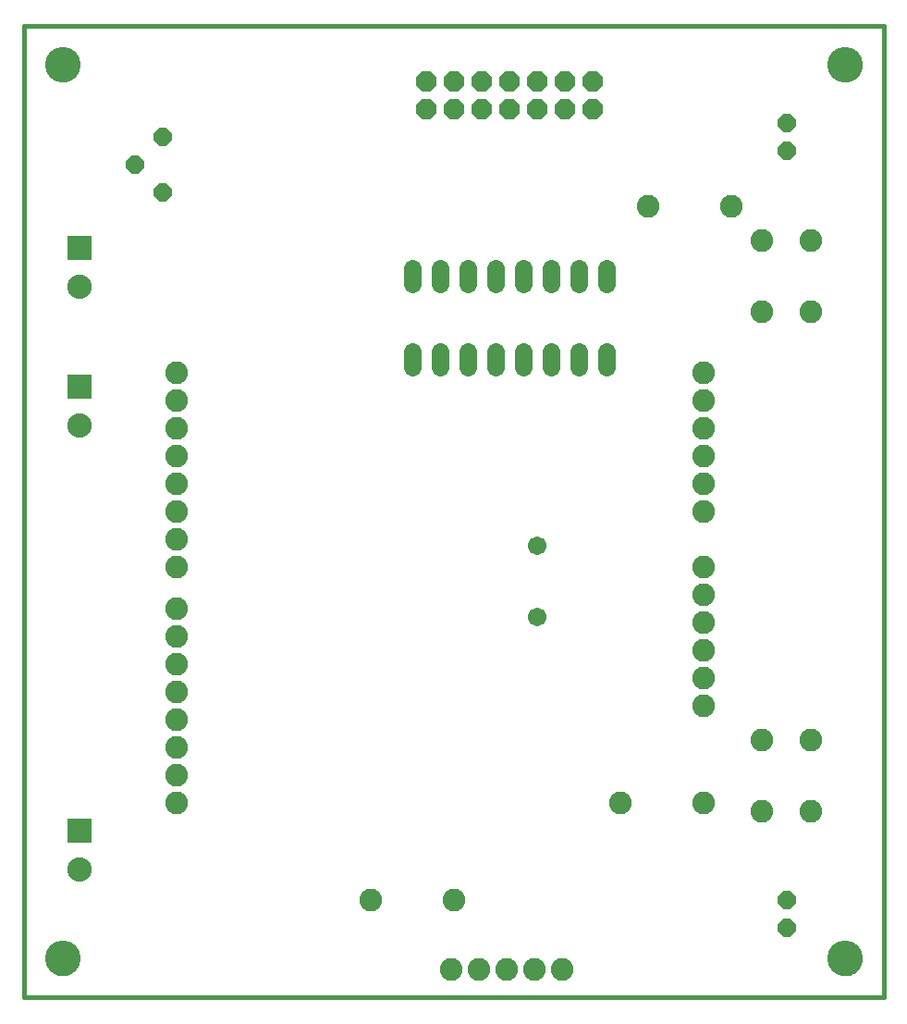
<source format=gbs>
G75*
G70*
%OFA0B0*%
%FSLAX24Y24*%
%IPPOS*%
%LPD*%
%AMOC8*
5,1,8,0,0,1.08239X$1,22.5*
%
%ADD10C,0.0160*%
%ADD11C,0.0820*%
%ADD12R,0.0880X0.0880*%
%ADD13C,0.0880*%
%ADD14OC8,0.0640*%
%ADD15C,0.0674*%
%ADD16C,0.0640*%
%ADD17OC8,0.0720*%
%ADD18C,0.0000*%
%ADD19C,0.1280*%
D10*
X005191Y002689D02*
X036191Y002689D01*
X036191Y037689D01*
X005191Y037689D01*
X005191Y002689D01*
D11*
X010691Y009689D03*
X010691Y010689D03*
X010691Y011689D03*
X010691Y012689D03*
X010691Y013689D03*
X010691Y014689D03*
X010691Y015689D03*
X010691Y016689D03*
X010691Y018189D03*
X010691Y019189D03*
X010691Y020189D03*
X010691Y021189D03*
X010691Y022189D03*
X010691Y023189D03*
X010691Y024189D03*
X010691Y025189D03*
X026691Y009689D03*
X029691Y009689D03*
X031801Y009409D03*
X033581Y009409D03*
X033581Y011969D03*
X031801Y011969D03*
X029691Y013189D03*
X029691Y014189D03*
X029691Y015189D03*
X029691Y016189D03*
X029691Y017189D03*
X029691Y018189D03*
X029691Y020189D03*
X029691Y021189D03*
X029691Y022189D03*
X029691Y023189D03*
X029691Y024189D03*
X029691Y025189D03*
X031801Y027409D03*
X033581Y027409D03*
X033581Y029969D03*
X031801Y029969D03*
X030691Y031189D03*
X027691Y031189D03*
X020691Y006189D03*
X020584Y003689D03*
X021584Y003689D03*
X022584Y003689D03*
X023584Y003689D03*
X024584Y003689D03*
X017691Y006189D03*
D12*
X007191Y008689D03*
X007191Y024689D03*
X007191Y029689D03*
D13*
X007191Y028311D03*
X007191Y023311D03*
X007191Y007311D03*
D14*
X010191Y031689D03*
X009191Y032689D03*
X010191Y033689D03*
X032691Y034189D03*
X032691Y033189D03*
X032691Y006189D03*
X032691Y005189D03*
D15*
X023691Y016409D03*
X023691Y018968D03*
D16*
X024191Y025409D02*
X024191Y025969D01*
X025191Y025969D02*
X025191Y025409D01*
X026191Y025409D02*
X026191Y025969D01*
X026191Y028409D02*
X026191Y028969D01*
X025191Y028969D02*
X025191Y028409D01*
X024191Y028409D02*
X024191Y028969D01*
X023191Y028969D02*
X023191Y028409D01*
X022191Y028409D02*
X022191Y028969D01*
X021191Y028969D02*
X021191Y028409D01*
X020191Y028409D02*
X020191Y028969D01*
X019191Y028969D02*
X019191Y028409D01*
X019191Y025969D02*
X019191Y025409D01*
X020191Y025409D02*
X020191Y025969D01*
X021191Y025969D02*
X021191Y025409D01*
X022191Y025409D02*
X022191Y025969D01*
X023191Y025969D02*
X023191Y025409D01*
D17*
X023691Y034689D03*
X022691Y034689D03*
X021691Y034689D03*
X021691Y035689D03*
X022691Y035689D03*
X023691Y035689D03*
X024691Y035689D03*
X025691Y035689D03*
X025691Y034689D03*
X024691Y034689D03*
X020691Y034689D03*
X019691Y034689D03*
X019691Y035689D03*
X020691Y035689D03*
D18*
X005984Y036295D02*
X005986Y036344D01*
X005992Y036392D01*
X006002Y036440D01*
X006016Y036487D01*
X006033Y036533D01*
X006054Y036577D01*
X006079Y036619D01*
X006107Y036659D01*
X006139Y036697D01*
X006173Y036732D01*
X006210Y036764D01*
X006249Y036793D01*
X006291Y036819D01*
X006335Y036841D01*
X006380Y036859D01*
X006427Y036874D01*
X006474Y036885D01*
X006523Y036892D01*
X006572Y036895D01*
X006621Y036894D01*
X006669Y036889D01*
X006718Y036880D01*
X006765Y036867D01*
X006811Y036850D01*
X006855Y036830D01*
X006898Y036806D01*
X006939Y036779D01*
X006977Y036748D01*
X007013Y036715D01*
X007045Y036679D01*
X007075Y036640D01*
X007102Y036599D01*
X007125Y036555D01*
X007144Y036510D01*
X007160Y036464D01*
X007172Y036417D01*
X007180Y036368D01*
X007184Y036319D01*
X007184Y036271D01*
X007180Y036222D01*
X007172Y036173D01*
X007160Y036126D01*
X007144Y036080D01*
X007125Y036035D01*
X007102Y035991D01*
X007075Y035950D01*
X007045Y035911D01*
X007013Y035875D01*
X006977Y035842D01*
X006939Y035811D01*
X006898Y035784D01*
X006855Y035760D01*
X006811Y035740D01*
X006765Y035723D01*
X006718Y035710D01*
X006669Y035701D01*
X006621Y035696D01*
X006572Y035695D01*
X006523Y035698D01*
X006474Y035705D01*
X006427Y035716D01*
X006380Y035731D01*
X006335Y035749D01*
X006291Y035771D01*
X006249Y035797D01*
X006210Y035826D01*
X006173Y035858D01*
X006139Y035893D01*
X006107Y035931D01*
X006079Y035971D01*
X006054Y036013D01*
X006033Y036057D01*
X006016Y036103D01*
X006002Y036150D01*
X005992Y036198D01*
X005986Y036246D01*
X005984Y036295D01*
X034197Y036295D02*
X034199Y036344D01*
X034205Y036392D01*
X034215Y036440D01*
X034229Y036487D01*
X034246Y036533D01*
X034267Y036577D01*
X034292Y036619D01*
X034320Y036659D01*
X034352Y036697D01*
X034386Y036732D01*
X034423Y036764D01*
X034462Y036793D01*
X034504Y036819D01*
X034548Y036841D01*
X034593Y036859D01*
X034640Y036874D01*
X034687Y036885D01*
X034736Y036892D01*
X034785Y036895D01*
X034834Y036894D01*
X034882Y036889D01*
X034931Y036880D01*
X034978Y036867D01*
X035024Y036850D01*
X035068Y036830D01*
X035111Y036806D01*
X035152Y036779D01*
X035190Y036748D01*
X035226Y036715D01*
X035258Y036679D01*
X035288Y036640D01*
X035315Y036599D01*
X035338Y036555D01*
X035357Y036510D01*
X035373Y036464D01*
X035385Y036417D01*
X035393Y036368D01*
X035397Y036319D01*
X035397Y036271D01*
X035393Y036222D01*
X035385Y036173D01*
X035373Y036126D01*
X035357Y036080D01*
X035338Y036035D01*
X035315Y035991D01*
X035288Y035950D01*
X035258Y035911D01*
X035226Y035875D01*
X035190Y035842D01*
X035152Y035811D01*
X035111Y035784D01*
X035068Y035760D01*
X035024Y035740D01*
X034978Y035723D01*
X034931Y035710D01*
X034882Y035701D01*
X034834Y035696D01*
X034785Y035695D01*
X034736Y035698D01*
X034687Y035705D01*
X034640Y035716D01*
X034593Y035731D01*
X034548Y035749D01*
X034504Y035771D01*
X034462Y035797D01*
X034423Y035826D01*
X034386Y035858D01*
X034352Y035893D01*
X034320Y035931D01*
X034292Y035971D01*
X034267Y036013D01*
X034246Y036057D01*
X034229Y036103D01*
X034215Y036150D01*
X034205Y036198D01*
X034199Y036246D01*
X034197Y036295D01*
X034197Y004083D02*
X034199Y004132D01*
X034205Y004180D01*
X034215Y004228D01*
X034229Y004275D01*
X034246Y004321D01*
X034267Y004365D01*
X034292Y004407D01*
X034320Y004447D01*
X034352Y004485D01*
X034386Y004520D01*
X034423Y004552D01*
X034462Y004581D01*
X034504Y004607D01*
X034548Y004629D01*
X034593Y004647D01*
X034640Y004662D01*
X034687Y004673D01*
X034736Y004680D01*
X034785Y004683D01*
X034834Y004682D01*
X034882Y004677D01*
X034931Y004668D01*
X034978Y004655D01*
X035024Y004638D01*
X035068Y004618D01*
X035111Y004594D01*
X035152Y004567D01*
X035190Y004536D01*
X035226Y004503D01*
X035258Y004467D01*
X035288Y004428D01*
X035315Y004387D01*
X035338Y004343D01*
X035357Y004298D01*
X035373Y004252D01*
X035385Y004205D01*
X035393Y004156D01*
X035397Y004107D01*
X035397Y004059D01*
X035393Y004010D01*
X035385Y003961D01*
X035373Y003914D01*
X035357Y003868D01*
X035338Y003823D01*
X035315Y003779D01*
X035288Y003738D01*
X035258Y003699D01*
X035226Y003663D01*
X035190Y003630D01*
X035152Y003599D01*
X035111Y003572D01*
X035068Y003548D01*
X035024Y003528D01*
X034978Y003511D01*
X034931Y003498D01*
X034882Y003489D01*
X034834Y003484D01*
X034785Y003483D01*
X034736Y003486D01*
X034687Y003493D01*
X034640Y003504D01*
X034593Y003519D01*
X034548Y003537D01*
X034504Y003559D01*
X034462Y003585D01*
X034423Y003614D01*
X034386Y003646D01*
X034352Y003681D01*
X034320Y003719D01*
X034292Y003759D01*
X034267Y003801D01*
X034246Y003845D01*
X034229Y003891D01*
X034215Y003938D01*
X034205Y003986D01*
X034199Y004034D01*
X034197Y004083D01*
X005984Y004083D02*
X005986Y004132D01*
X005992Y004180D01*
X006002Y004228D01*
X006016Y004275D01*
X006033Y004321D01*
X006054Y004365D01*
X006079Y004407D01*
X006107Y004447D01*
X006139Y004485D01*
X006173Y004520D01*
X006210Y004552D01*
X006249Y004581D01*
X006291Y004607D01*
X006335Y004629D01*
X006380Y004647D01*
X006427Y004662D01*
X006474Y004673D01*
X006523Y004680D01*
X006572Y004683D01*
X006621Y004682D01*
X006669Y004677D01*
X006718Y004668D01*
X006765Y004655D01*
X006811Y004638D01*
X006855Y004618D01*
X006898Y004594D01*
X006939Y004567D01*
X006977Y004536D01*
X007013Y004503D01*
X007045Y004467D01*
X007075Y004428D01*
X007102Y004387D01*
X007125Y004343D01*
X007144Y004298D01*
X007160Y004252D01*
X007172Y004205D01*
X007180Y004156D01*
X007184Y004107D01*
X007184Y004059D01*
X007180Y004010D01*
X007172Y003961D01*
X007160Y003914D01*
X007144Y003868D01*
X007125Y003823D01*
X007102Y003779D01*
X007075Y003738D01*
X007045Y003699D01*
X007013Y003663D01*
X006977Y003630D01*
X006939Y003599D01*
X006898Y003572D01*
X006855Y003548D01*
X006811Y003528D01*
X006765Y003511D01*
X006718Y003498D01*
X006669Y003489D01*
X006621Y003484D01*
X006572Y003483D01*
X006523Y003486D01*
X006474Y003493D01*
X006427Y003504D01*
X006380Y003519D01*
X006335Y003537D01*
X006291Y003559D01*
X006249Y003585D01*
X006210Y003614D01*
X006173Y003646D01*
X006139Y003681D01*
X006107Y003719D01*
X006079Y003759D01*
X006054Y003801D01*
X006033Y003845D01*
X006016Y003891D01*
X006002Y003938D01*
X005992Y003986D01*
X005986Y004034D01*
X005984Y004083D01*
D19*
X006584Y004083D03*
X034797Y004083D03*
X034797Y036295D03*
X006584Y036295D03*
M02*

</source>
